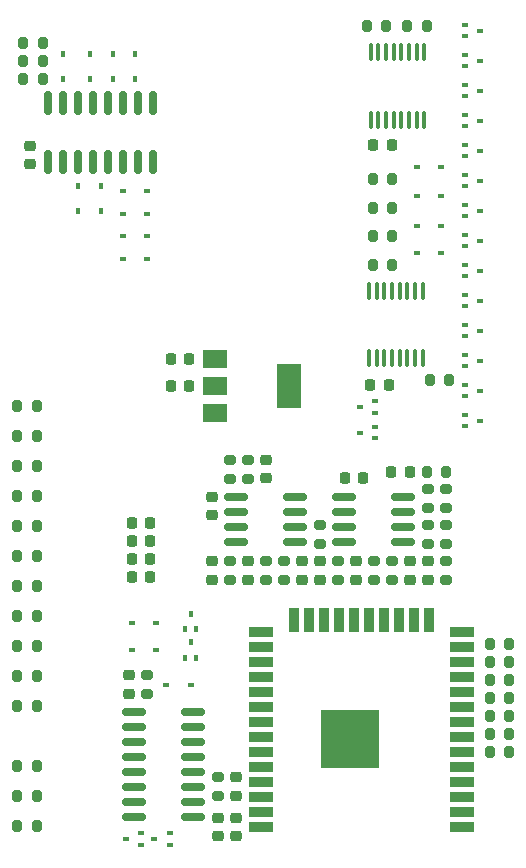
<source format=gbp>
%TF.GenerationSoftware,KiCad,Pcbnew,(6.0.1)*%
%TF.CreationDate,2022-01-21T22:17:13+01:00*%
%TF.ProjectId,bosch-kf163-control,626f7363-682d-46b6-9631-36332d636f6e,1*%
%TF.SameCoordinates,Original*%
%TF.FileFunction,Paste,Bot*%
%TF.FilePolarity,Positive*%
%FSLAX46Y46*%
G04 Gerber Fmt 4.6, Leading zero omitted, Abs format (unit mm)*
G04 Created by KiCad (PCBNEW (6.0.1)) date 2022-01-21 22:17:13*
%MOMM*%
%LPD*%
G01*
G04 APERTURE LIST*
G04 Aperture macros list*
%AMRoundRect*
0 Rectangle with rounded corners*
0 $1 Rounding radius*
0 $2 $3 $4 $5 $6 $7 $8 $9 X,Y pos of 4 corners*
0 Add a 4 corners polygon primitive as box body*
4,1,4,$2,$3,$4,$5,$6,$7,$8,$9,$2,$3,0*
0 Add four circle primitives for the rounded corners*
1,1,$1+$1,$2,$3*
1,1,$1+$1,$4,$5*
1,1,$1+$1,$6,$7*
1,1,$1+$1,$8,$9*
0 Add four rect primitives between the rounded corners*
20,1,$1+$1,$2,$3,$4,$5,0*
20,1,$1+$1,$4,$5,$6,$7,0*
20,1,$1+$1,$6,$7,$8,$9,0*
20,1,$1+$1,$8,$9,$2,$3,0*%
G04 Aperture macros list end*
%ADD10RoundRect,0.225000X-0.250000X0.225000X-0.250000X-0.225000X0.250000X-0.225000X0.250000X0.225000X0*%
%ADD11RoundRect,0.200000X0.275000X-0.200000X0.275000X0.200000X-0.275000X0.200000X-0.275000X-0.200000X0*%
%ADD12RoundRect,0.200000X0.200000X0.275000X-0.200000X0.275000X-0.200000X-0.275000X0.200000X-0.275000X0*%
%ADD13R,0.510000X0.400000*%
%ADD14R,0.450000X0.600000*%
%ADD15RoundRect,0.200000X-0.200000X-0.275000X0.200000X-0.275000X0.200000X0.275000X-0.200000X0.275000X0*%
%ADD16RoundRect,0.200000X-0.275000X0.200000X-0.275000X-0.200000X0.275000X-0.200000X0.275000X0.200000X0*%
%ADD17RoundRect,0.225000X0.250000X-0.225000X0.250000X0.225000X-0.250000X0.225000X-0.250000X-0.225000X0*%
%ADD18R,2.000000X1.500000*%
%ADD19R,2.000000X3.800000*%
%ADD20R,0.400000X0.510000*%
%ADD21RoundRect,0.225000X0.225000X0.250000X-0.225000X0.250000X-0.225000X-0.250000X0.225000X-0.250000X0*%
%ADD22R,0.600000X0.450000*%
%ADD23RoundRect,0.150000X-0.150000X0.825000X-0.150000X-0.825000X0.150000X-0.825000X0.150000X0.825000X0*%
%ADD24RoundRect,0.225000X-0.225000X-0.250000X0.225000X-0.250000X0.225000X0.250000X-0.225000X0.250000X0*%
%ADD25RoundRect,0.150000X0.825000X0.150000X-0.825000X0.150000X-0.825000X-0.150000X0.825000X-0.150000X0*%
%ADD26R,2.000000X0.900000*%
%ADD27R,0.900000X2.000000*%
%ADD28R,5.000000X5.000000*%
%ADD29RoundRect,0.100000X-0.100000X0.637500X-0.100000X-0.637500X0.100000X-0.637500X0.100000X0.637500X0*%
G04 APERTURE END LIST*
D10*
%TO.C,C304*%
X106807000Y-110985000D03*
X106807000Y-112535000D03*
%TD*%
D11*
%TO.C,R307*%
X117475000Y-112585000D03*
X117475000Y-110935000D03*
%TD*%
D12*
%TO.C,R212*%
X132016000Y-121031000D03*
X130366000Y-121031000D03*
%TD*%
D13*
%TO.C,Q206*%
X128260000Y-79240000D03*
X128260000Y-78240000D03*
X129550000Y-78740000D03*
%TD*%
%TO.C,Q203*%
X120660000Y-99576000D03*
X120660000Y-100576000D03*
X119370000Y-100076000D03*
%TD*%
%TO.C,Q210*%
X128260000Y-74160000D03*
X128260000Y-73160000D03*
X129550000Y-73660000D03*
%TD*%
%TO.C,Q215*%
X128260000Y-86860000D03*
X128260000Y-85860000D03*
X129550000Y-86360000D03*
%TD*%
D14*
%TO.C,D209*%
X97409000Y-81314000D03*
X97409000Y-79214000D03*
%TD*%
D12*
%TO.C,R209*%
X132016000Y-125603000D03*
X130366000Y-125603000D03*
%TD*%
D14*
%TO.C,D206*%
X94234000Y-68038000D03*
X94234000Y-70138000D03*
%TD*%
D15*
%TO.C,R107*%
X90361000Y-120650000D03*
X92011000Y-120650000D03*
%TD*%
%TO.C,R104*%
X90361000Y-113030000D03*
X92011000Y-113030000D03*
%TD*%
%TO.C,R105*%
X90361000Y-115570000D03*
X92011000Y-115570000D03*
%TD*%
D12*
%TO.C,R202*%
X122110000Y-83439000D03*
X120460000Y-83439000D03*
%TD*%
D16*
%TO.C,R305*%
X122047000Y-110935000D03*
X122047000Y-112585000D03*
%TD*%
D12*
%TO.C,R217*%
X126936000Y-95631000D03*
X125286000Y-95631000D03*
%TD*%
D13*
%TO.C,Q204*%
X128260000Y-81780000D03*
X128260000Y-80780000D03*
X129550000Y-81280000D03*
%TD*%
D17*
%TO.C,C306*%
X123571000Y-112535000D03*
X123571000Y-110985000D03*
%TD*%
D14*
%TO.C,D205*%
X96520000Y-68038000D03*
X96520000Y-70138000D03*
%TD*%
%TO.C,D204*%
X100330000Y-68038000D03*
X100330000Y-70138000D03*
%TD*%
D12*
%TO.C,R214*%
X132016000Y-124079000D03*
X130366000Y-124079000D03*
%TD*%
D17*
%TO.C,C302*%
X114427000Y-112535000D03*
X114427000Y-110985000D03*
%TD*%
D18*
%TO.C,U102*%
X107086000Y-98439000D03*
X107086000Y-96139000D03*
D19*
X113386000Y-96139000D03*
D18*
X107086000Y-93839000D03*
%TD*%
D15*
%TO.C,R109*%
X90361000Y-130810000D03*
X92011000Y-130810000D03*
%TD*%
D13*
%TO.C,Q208*%
X128260000Y-76700000D03*
X128260000Y-75700000D03*
X129550000Y-76200000D03*
%TD*%
D11*
%TO.C,R313*%
X126619000Y-112585000D03*
X126619000Y-110935000D03*
%TD*%
D13*
%TO.C,Q102*%
X103261000Y-133993000D03*
X103261000Y-134993000D03*
X101971000Y-134493000D03*
%TD*%
D10*
%TO.C,C101*%
X99822000Y-120637000D03*
X99822000Y-122187000D03*
%TD*%
%TO.C,C301*%
X106807000Y-105524000D03*
X106807000Y-107074000D03*
%TD*%
D20*
%TO.C,Q103*%
X105529000Y-116715000D03*
X104529000Y-116715000D03*
X105029000Y-115425000D03*
%TD*%
D11*
%TO.C,R310*%
X126619000Y-109537000D03*
X126619000Y-107887000D03*
%TD*%
D21*
%TO.C,C203*%
X122060000Y-75692000D03*
X120510000Y-75692000D03*
%TD*%
%TO.C,C311*%
X101613000Y-107696000D03*
X100063000Y-107696000D03*
%TD*%
D11*
%TO.C,R114*%
X107315000Y-130873000D03*
X107315000Y-129223000D03*
%TD*%
D15*
%TO.C,R108*%
X90361000Y-128270000D03*
X92011000Y-128270000D03*
%TD*%
D22*
%TO.C,D214*%
X126272000Y-84836000D03*
X124172000Y-84836000D03*
%TD*%
D17*
%TO.C,C303*%
X109855000Y-112535000D03*
X109855000Y-110985000D03*
%TD*%
D12*
%TO.C,R117*%
X92011000Y-97790000D03*
X90361000Y-97790000D03*
%TD*%
D22*
%TO.C,D202*%
X101380000Y-85344000D03*
X99280000Y-85344000D03*
%TD*%
D12*
%TO.C,R213*%
X132016000Y-122555000D03*
X130366000Y-122555000D03*
%TD*%
D23*
%TO.C,U202*%
X92964000Y-72201000D03*
X94234000Y-72201000D03*
X95504000Y-72201000D03*
X96774000Y-72201000D03*
X98044000Y-72201000D03*
X99314000Y-72201000D03*
X100584000Y-72201000D03*
X101854000Y-72201000D03*
X101854000Y-77151000D03*
X100584000Y-77151000D03*
X99314000Y-77151000D03*
X98044000Y-77151000D03*
X96774000Y-77151000D03*
X95504000Y-77151000D03*
X94234000Y-77151000D03*
X92964000Y-77151000D03*
%TD*%
D24*
%TO.C,C305*%
X118097000Y-103886000D03*
X119647000Y-103886000D03*
%TD*%
D17*
%TO.C,C309*%
X111379000Y-103962500D03*
X111379000Y-102412500D03*
%TD*%
%TO.C,C307*%
X118999000Y-112535000D03*
X118999000Y-110985000D03*
%TD*%
D22*
%TO.C,D207*%
X126272000Y-77597000D03*
X124172000Y-77597000D03*
%TD*%
D13*
%TO.C,Q201*%
X120660000Y-97417000D03*
X120660000Y-98417000D03*
X119370000Y-97917000D03*
%TD*%
D11*
%TO.C,R309*%
X108331000Y-104012500D03*
X108331000Y-102362500D03*
%TD*%
D10*
%TO.C,C201*%
X91413000Y-75806000D03*
X91413000Y-77356000D03*
%TD*%
D12*
%TO.C,R203*%
X122110000Y-81026000D03*
X120460000Y-81026000D03*
%TD*%
D13*
%TO.C,Q209*%
X128260000Y-94480000D03*
X128260000Y-93480000D03*
X129550000Y-93980000D03*
%TD*%
D15*
%TO.C,R215*%
X119952000Y-65659000D03*
X121602000Y-65659000D03*
%TD*%
D22*
%TO.C,D203*%
X101380000Y-81534000D03*
X99280000Y-81534000D03*
%TD*%
D12*
%TO.C,R208*%
X132016000Y-127127000D03*
X130366000Y-127127000D03*
%TD*%
D17*
%TO.C,C106*%
X108839000Y-130823000D03*
X108839000Y-129273000D03*
%TD*%
D21*
%TO.C,C310*%
X101613000Y-109220000D03*
X100063000Y-109220000D03*
%TD*%
%TO.C,C202*%
X121806000Y-96012000D03*
X120256000Y-96012000D03*
%TD*%
D10*
%TO.C,C102*%
X107315000Y-132702000D03*
X107315000Y-134252000D03*
%TD*%
D21*
%TO.C,C315*%
X123584000Y-103378000D03*
X122034000Y-103378000D03*
%TD*%
D12*
%TO.C,R115*%
X92011000Y-102870000D03*
X90361000Y-102870000D03*
%TD*%
D11*
%TO.C,R304*%
X115951000Y-109537000D03*
X115951000Y-107887000D03*
%TD*%
D15*
%TO.C,R206*%
X90869000Y-70104000D03*
X92519000Y-70104000D03*
%TD*%
D13*
%TO.C,Q212*%
X128260000Y-71620000D03*
X128260000Y-70620000D03*
X129550000Y-71120000D03*
%TD*%
D11*
%TO.C,R314*%
X125095000Y-106489000D03*
X125095000Y-104839000D03*
%TD*%
D15*
%TO.C,R216*%
X123381000Y-65659000D03*
X125031000Y-65659000D03*
%TD*%
D21*
%TO.C,C105*%
X104915000Y-96139000D03*
X103365000Y-96139000D03*
%TD*%
D24*
%TO.C,C312*%
X100063000Y-112268000D03*
X101613000Y-112268000D03*
%TD*%
D12*
%TO.C,R116*%
X92011000Y-100330000D03*
X90361000Y-100330000D03*
%TD*%
D25*
%TO.C,U302*%
X122998000Y-105537000D03*
X122998000Y-106807000D03*
X122998000Y-108077000D03*
X122998000Y-109347000D03*
X118048000Y-109347000D03*
X118048000Y-108077000D03*
X118048000Y-106807000D03*
X118048000Y-105537000D03*
%TD*%
D26*
%TO.C,U103*%
X110991000Y-133484000D03*
X110991000Y-132214000D03*
X110991000Y-130944000D03*
X110991000Y-129674000D03*
X110991000Y-128404000D03*
X110991000Y-127134000D03*
X110991000Y-125864000D03*
X110991000Y-124594000D03*
X110991000Y-123324000D03*
X110991000Y-122054000D03*
X110991000Y-120784000D03*
X110991000Y-119514000D03*
X110991000Y-118244000D03*
X110991000Y-116974000D03*
D27*
X113776000Y-115974000D03*
X115046000Y-115974000D03*
X116316000Y-115974000D03*
X117586000Y-115974000D03*
X118856000Y-115974000D03*
X120126000Y-115974000D03*
X121396000Y-115974000D03*
X122666000Y-115974000D03*
X123936000Y-115974000D03*
X125206000Y-115974000D03*
D26*
X127991000Y-116974000D03*
X127991000Y-118244000D03*
X127991000Y-119514000D03*
X127991000Y-120784000D03*
X127991000Y-122054000D03*
X127991000Y-123324000D03*
X127991000Y-124594000D03*
X127991000Y-125864000D03*
X127991000Y-127134000D03*
X127991000Y-128404000D03*
X127991000Y-129674000D03*
X127991000Y-130944000D03*
X127991000Y-132214000D03*
X127991000Y-133484000D03*
D28*
X118491000Y-125984000D03*
%TD*%
D15*
%TO.C,R204*%
X90869000Y-67056000D03*
X92519000Y-67056000D03*
%TD*%
D10*
%TO.C,C314*%
X125095000Y-110985000D03*
X125095000Y-112535000D03*
%TD*%
D13*
%TO.C,Q202*%
X128260000Y-84320000D03*
X128260000Y-83320000D03*
X129550000Y-83820000D03*
%TD*%
D22*
%TO.C,D211*%
X101380000Y-79629000D03*
X99280000Y-79629000D03*
%TD*%
D13*
%TO.C,Q104*%
X100848000Y-133993000D03*
X100848000Y-134993000D03*
X99558000Y-134493000D03*
%TD*%
D22*
%TO.C,D101*%
X100042000Y-118491000D03*
X102142000Y-118491000D03*
%TD*%
D15*
%TO.C,R106*%
X90361000Y-118110000D03*
X92011000Y-118110000D03*
%TD*%
D14*
%TO.C,D201*%
X95504000Y-81314000D03*
X95504000Y-79214000D03*
%TD*%
D11*
%TO.C,R303*%
X108331000Y-112585000D03*
X108331000Y-110935000D03*
%TD*%
D15*
%TO.C,R110*%
X90361000Y-133350000D03*
X92011000Y-133350000D03*
%TD*%
D12*
%TO.C,R211*%
X132016000Y-119507000D03*
X130366000Y-119507000D03*
%TD*%
D22*
%TO.C,D208*%
X126272000Y-82550000D03*
X124172000Y-82550000D03*
%TD*%
D15*
%TO.C,R205*%
X90869000Y-68580000D03*
X92519000Y-68580000D03*
%TD*%
D13*
%TO.C,Q213*%
X128260000Y-89400000D03*
X128260000Y-88400000D03*
X129550000Y-88900000D03*
%TD*%
D11*
%TO.C,R111*%
X101346000Y-122237000D03*
X101346000Y-120587000D03*
%TD*%
D13*
%TO.C,Q216*%
X128260000Y-66540000D03*
X128260000Y-65540000D03*
X129550000Y-66040000D03*
%TD*%
D20*
%TO.C,Q101*%
X105529000Y-119136000D03*
X104529000Y-119136000D03*
X105029000Y-117846000D03*
%TD*%
D21*
%TO.C,C104*%
X104915000Y-93853000D03*
X103365000Y-93853000D03*
%TD*%
D16*
%TO.C,R306*%
X120523000Y-110935000D03*
X120523000Y-112585000D03*
%TD*%
D15*
%TO.C,R102*%
X90361000Y-110490000D03*
X92011000Y-110490000D03*
%TD*%
D10*
%TO.C,C103*%
X108839000Y-132702000D03*
X108839000Y-134252000D03*
%TD*%
D22*
%TO.C,D210*%
X101380000Y-83439000D03*
X99280000Y-83439000D03*
%TD*%
D25*
%TO.C,U301*%
X113854000Y-105537000D03*
X113854000Y-106807000D03*
X113854000Y-108077000D03*
X113854000Y-109347000D03*
X108904000Y-109347000D03*
X108904000Y-108077000D03*
X108904000Y-106807000D03*
X108904000Y-105537000D03*
%TD*%
D15*
%TO.C,R312*%
X125032000Y-103378000D03*
X126682000Y-103378000D03*
%TD*%
D10*
%TO.C,C308*%
X115951000Y-110985000D03*
X115951000Y-112535000D03*
%TD*%
D24*
%TO.C,C313*%
X100063000Y-110744000D03*
X101613000Y-110744000D03*
%TD*%
D29*
%TO.C,U203*%
X120280000Y-67876500D03*
X120930000Y-67876500D03*
X121580000Y-67876500D03*
X122230000Y-67876500D03*
X122880000Y-67876500D03*
X123530000Y-67876500D03*
X124180000Y-67876500D03*
X124830000Y-67876500D03*
X124830000Y-73601500D03*
X124180000Y-73601500D03*
X123530000Y-73601500D03*
X122880000Y-73601500D03*
X122230000Y-73601500D03*
X121580000Y-73601500D03*
X120930000Y-73601500D03*
X120280000Y-73601500D03*
%TD*%
D15*
%TO.C,R101*%
X90361000Y-123190000D03*
X92011000Y-123190000D03*
%TD*%
D12*
%TO.C,R210*%
X132016000Y-117983000D03*
X130366000Y-117983000D03*
%TD*%
D16*
%TO.C,R308*%
X109855000Y-102362500D03*
X109855000Y-104012500D03*
%TD*%
D14*
%TO.C,D212*%
X98425000Y-68038000D03*
X98425000Y-70138000D03*
%TD*%
D25*
%TO.C,U101*%
X105218000Y-123698000D03*
X105218000Y-124968000D03*
X105218000Y-126238000D03*
X105218000Y-127508000D03*
X105218000Y-128778000D03*
X105218000Y-130048000D03*
X105218000Y-131318000D03*
X105218000Y-132588000D03*
X100268000Y-132588000D03*
X100268000Y-131318000D03*
X100268000Y-130048000D03*
X100268000Y-128778000D03*
X100268000Y-127508000D03*
X100268000Y-126238000D03*
X100268000Y-124968000D03*
X100268000Y-123698000D03*
%TD*%
D22*
%TO.C,D102*%
X105063000Y-121412000D03*
X102963000Y-121412000D03*
%TD*%
D13*
%TO.C,Q211*%
X128260000Y-91940000D03*
X128260000Y-90940000D03*
X129550000Y-91440000D03*
%TD*%
D16*
%TO.C,R301*%
X112903000Y-110935000D03*
X112903000Y-112585000D03*
%TD*%
D22*
%TO.C,D103*%
X102142000Y-116205000D03*
X100042000Y-116205000D03*
%TD*%
D29*
%TO.C,U201*%
X120127000Y-88069500D03*
X120777000Y-88069500D03*
X121427000Y-88069500D03*
X122077000Y-88069500D03*
X122727000Y-88069500D03*
X123377000Y-88069500D03*
X124027000Y-88069500D03*
X124677000Y-88069500D03*
X124677000Y-93794500D03*
X124027000Y-93794500D03*
X123377000Y-93794500D03*
X122727000Y-93794500D03*
X122077000Y-93794500D03*
X121427000Y-93794500D03*
X120777000Y-93794500D03*
X120127000Y-93794500D03*
%TD*%
D16*
%TO.C,R302*%
X111379000Y-110935000D03*
X111379000Y-112585000D03*
%TD*%
D13*
%TO.C,Q205*%
X128260000Y-99560000D03*
X128260000Y-98560000D03*
X129550000Y-99060000D03*
%TD*%
D12*
%TO.C,R207*%
X122110000Y-78613000D03*
X120460000Y-78613000D03*
%TD*%
D15*
%TO.C,R103*%
X90361000Y-107950000D03*
X92011000Y-107950000D03*
%TD*%
D13*
%TO.C,Q214*%
X128260000Y-69080000D03*
X128260000Y-68080000D03*
X129550000Y-68580000D03*
%TD*%
D16*
%TO.C,R315*%
X126619000Y-104839000D03*
X126619000Y-106489000D03*
%TD*%
D22*
%TO.C,D213*%
X126272000Y-80010000D03*
X124172000Y-80010000D03*
%TD*%
D15*
%TO.C,R112*%
X90361000Y-105410000D03*
X92011000Y-105410000D03*
%TD*%
D12*
%TO.C,R201*%
X122110000Y-85852000D03*
X120460000Y-85852000D03*
%TD*%
D13*
%TO.C,Q207*%
X128260000Y-97020000D03*
X128260000Y-96020000D03*
X129550000Y-96520000D03*
%TD*%
D11*
%TO.C,R311*%
X125095000Y-109537000D03*
X125095000Y-107887000D03*
%TD*%
M02*

</source>
